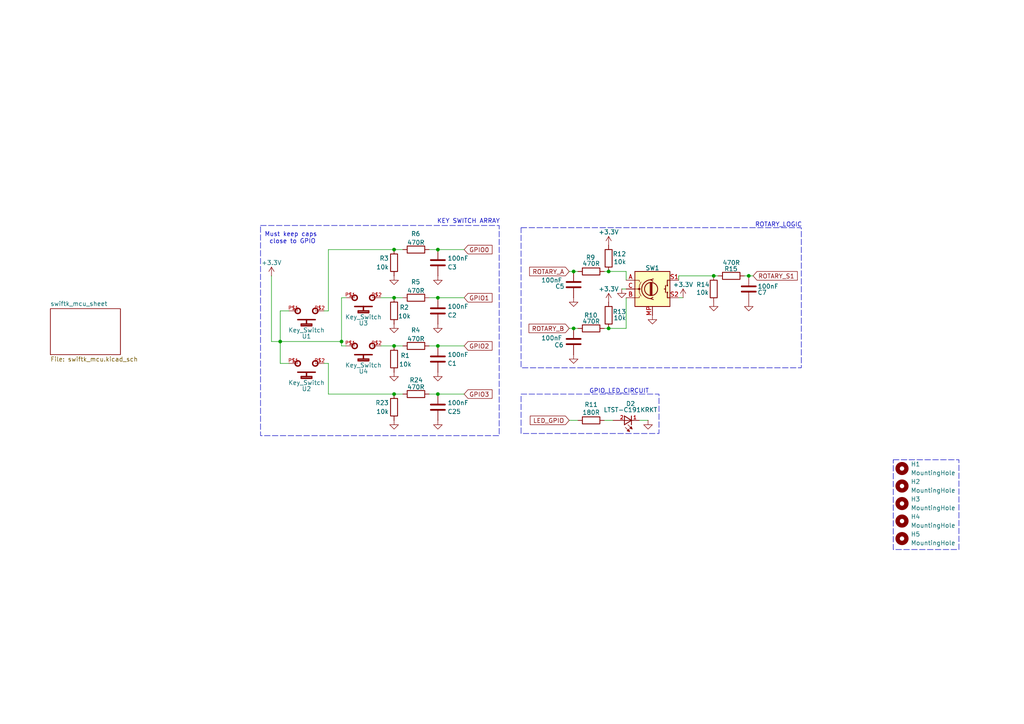
<source format=kicad_sch>
(kicad_sch (version 20231120) (generator "eeschema") (generator_version "8.0")
  (paper "A4")
  (title_block (title "SwiftK") (date "2024-10-24") (rev "v2.0.0") (company "Rullo Co."))
  (lib_symbols
    (symbol "Device:C" (pin_numbers hide) (pin_names (offset 0.254))
      (property "Reference" "C" (at 0.635 2.54 0))
      (property "Value" "C" (at 0.635 -2.54 0))
      (symbol "C_0_1"
        (polyline (pts (xy -2.032 -0.762) (xy 2.032 -0.762)) (stroke (width 0.508)))
        (polyline (pts (xy -2.032 0.762) (xy 2.032 0.762)) (stroke (width 0.508)))
      )
      (symbol "C_1_1"
        (pin passive line (at 0 3.81 270) (length 2.794) (name "~") (number "1"))
        (pin passive line (at 0 -3.81 90) (length 2.794) (name "~") (number "2"))
      )
    )
    (symbol "Device:R" (pin_numbers hide) (pin_names (offset 0))
      (property "Reference" "R" (at 2.032 0 90))
      (property "Value" "R" (at 0 0 90))
      (symbol "R_0_1"
        (rectangle (start -1.016 -2.54) (end 1.016 2.54) (stroke (width 0.254)))
      )
      (symbol "R_1_1"
        (pin passive line (at 0 3.81 270) (length 1.27) (name "~") (number "1"))
        (pin passive line (at 0 -3.81 90) (length 1.27) (name "~") (number "2"))
      )
    )
    (symbol "Device:RotaryEncoder_Switch_MP" (pin_names (offset 0.254) hide)
      (property "Reference" "SW" (at 0 8.89 0))
      (property "Value" "RotaryEncoder_Switch_MP" (at 0 6.35 0))
      (symbol "RotaryEncoder_Switch_MP_0_1"
        (rectangle (start -5.08 5.08) (end 5.08 -5.08) (stroke (width 0.254)) (fill (type background)))
        (circle (center -3.81 0) (radius 0.254) (fill (type outline)))
        (circle (center -0.381 0) (radius 1.905) (stroke (width 0.254)))
        (arc (start -0.381 2.667) (mid -3.0988 -0.0635) (end -0.381 -2.794) (stroke (width 0.254)))
        (polyline (pts (xy -0.635 -1.778) (xy -0.635 1.778)) (stroke (width 0.254)))
        (polyline (pts (xy -0.381 -1.778) (xy -0.381 1.778)) (stroke (width 0.254)))
        (polyline (pts (xy -0.127 1.778) (xy -0.127 -1.778)) (stroke (width 0.254)))
        (polyline (pts (xy 3.81 0) (xy 3.429 0)) (stroke (width 0.254)))
        (polyline (pts (xy 3.81 1.016) (xy 3.81 -1.016)) (stroke (width 0.254)))
        (polyline (pts (xy -5.08 -2.54) (xy -3.81 -2.54) (xy -3.81 -2.032)))
        (polyline (pts (xy -5.08 2.54) (xy -3.81 2.54) (xy -3.81 2.032)))
        (polyline (pts (xy 0.254 -3.048) (xy -0.508 -2.794) (xy 0.127 -2.413)) (stroke (width 0.254)))
        (polyline (pts (xy 0.254 2.921) (xy -0.508 2.667) (xy 0.127 2.286)) (stroke (width 0.254)))
        (polyline (pts (xy 5.08 -2.54) (xy 4.318 -2.54) (xy 4.318 -1.016)) (stroke (width 0.254)))
        (polyline (pts (xy 5.08 2.54) (xy 4.318 2.54) (xy 4.318 1.016)) (stroke (width 0.254)))
        (polyline (pts (xy -5.08 0) (xy -3.81 0) (xy -3.81 -1.016) (xy -3.302 -2.032)))
        (polyline (pts (xy -4.318 0) (xy -3.81 0) (xy -3.81 1.016) (xy -3.302 2.032)))
        (circle (center 4.318 -1.016) (radius 0.127) (stroke (width 0.254)))
        (circle (center 4.318 1.016) (radius 0.127) (stroke (width 0.254)))
      )
      (symbol "RotaryEncoder_Switch_MP_1_1"
        (pin passive line (at -7.62 2.54 0) (length 2.54) (name "A") (number "A"))
        (pin passive line (at -7.62 -2.54 0) (length 2.54) (name "B") (number "B"))
        (pin passive line (at -7.62 0 0) (length 2.54) (name "C") (number "C"))
        (pin passive line (at 0 -7.62 90) (length 2.54) (name "MP") (number "MP"))
        (pin passive line (at 7.62 2.54 180) (length 2.54) (name "S1") (number "S1"))
        (pin passive line (at 7.62 -2.54 180) (length 2.54) (name "S2") (number "S2"))
      )
    )
    (symbol "Key_Switch_MX1A-11NN:MX1A-11NN" (pin_names (offset 1.016))
      (property "Reference" "U" (at -4.445 -3.81 0))
      (property "Value" "MX1A-11NN" (at 0 0 0))
      (symbol "MX1A-11NN_0_0"
        (circle (center -2.54 0) (radius 0.762) (stroke (width 0.4064)))
        (polyline (pts (xy -2.54 2.54) (xy 0 2.54)) (stroke (width 0.4064)))
        (polyline (pts (xy -1.524 3.81) (xy -1.524 4.318)) (stroke (width 0.4064)))
        (polyline (pts (xy -1.524 4.318) (xy 1.524 4.318)) (stroke (width 0.4064)))
        (polyline (pts (xy 0 2.54) (xy 0 3.81)) (stroke (width 0.4064)))
        (polyline (pts (xy 0 3.81) (xy -1.524 3.81)) (stroke (width 0.4064)))
        (polyline (pts (xy 1.524 3.81) (xy 0.254 3.81)) (stroke (width 0.4064)))
        (polyline (pts (xy 1.524 4.318) (xy 1.524 3.81)) (stroke (width 0.4064)))
        (polyline (pts (xy 2.54 2.54) (xy 0 2.54)) (stroke (width 0.4064)))
        (circle (center 2.54 0) (radius 0.762) (stroke (width 0.4064)))
        (pin passive line (at -5.08 0 0) (length 2.54) (name "~") (number "P$1"))
        (pin passive line (at 5.08 0 180) (length 2.54) (name "~") (number "P$2"))
      )
    )
    (symbol "Mechanical:MountingHole" (pin_names (offset 1.016)) (exclude_from_sim yes) (in_bom no)
      (property "Reference" "H" (at 0 5.08 0))
      (property "Value" "MountingHole" (at 0 3.175 0))
      (symbol "MountingHole_0_1"
        (circle (center 0 0) (radius 1.27) (stroke (width 1.27)))
      )
    )
    (symbol "liteon_LTST-C191KRKT:LTST-C191KRKT" (pin_names (offset 1.016))
      (property "Reference" "D" (at 2.5441 2.5441 0))
      (property "Value" "LTST-C191KRKT" (at 2.541 0 0))
      (symbol "LTST-C191KRKT_0_0"
        (polyline (pts (xy -2.032 1.524) (xy -2.921 0.635)) (stroke (width 0.1524)))
        (polyline (pts (xy -1.27 0.762) (xy -2.159 -0.127)) (stroke (width 0.1524)))
        (polyline (pts (xy 0 -0.254) (xy -1.27 -0.254)) (stroke (width 0.254)))
        (polyline (pts (xy 0 -0.254) (xy -1.27 1.778)) (stroke (width 0.254)))
        (polyline (pts (xy 1.27 -0.254) (xy 0 -0.254)) (stroke (width 0.254)))
        (polyline (pts (xy 1.27 1.778) (xy -1.27 1.778)) (stroke (width 0.254)))
        (polyline (pts (xy 1.27 1.778) (xy 0 -0.254)) (stroke (width 0.254)))
        (polyline (pts (xy -3.048 1.016) (xy -3.302 0.254) (xy -2.54 0.508) (xy -3.048 1.016)) (stroke (width 0.1524)) (fill (type outline)))
        (polyline (pts (xy -2.286 0.254) (xy -2.54 -0.508) (xy -1.778 -0.254) (xy -2.286 0.254)) (stroke (width 0.1524)) (fill (type outline)))
        (pin passive line (at 0 -2.54 90) (length 2.54) (name "~") (number "1"))
        (pin passive line (at 0 5.08 270) (length 5.08) (name "~") (number "2"))
      )
    )
    (symbol "power:+3.3V" (power) (pin_numbers hide) (pin_names (offset 0) hide)
      (property "Value" "+3.3V" (at 0 3.556 0))
      (symbol "+3.3V_0_1"
        (polyline (pts (xy -0.762 1.27) (xy 0 2.54)))
        (polyline (pts (xy 0 0) (xy 0 2.54)))
        (polyline (pts (xy 0 2.54) (xy 0.762 1.27)))
      )
      (symbol "+3.3V_1_1"
        (pin power_in line (at 0 0 90) (length 0) (name "~") (number "1"))
      )
    )
    (symbol "power:GND" (power) (pin_numbers hide) (pin_names (offset 0) hide)
      (property "Value" "GND" (at 0 -3.81 0))
      (symbol "GND_0_1"
        (polyline (pts (xy 0 0) (xy 0 -1.27) (xy 1.27 -1.27) (xy 0 -2.54) (xy -1.27 -1.27) (xy 0 -1.27)))
      )
      (symbol "GND_1_1"
        (pin power_in line (at 0 0 270) (length 0) (name "~") (number "1"))
      )
    )
  )
  (junction (at 127 86.36))
  (junction (at 114.3 86.36))
  (junction (at 166.37 78.74))
  (junction (at 81.28 99.06))
  (junction (at 127 114.3))
  (junction (at 127 72.39))
  (junction (at 127 100.33))
  (junction (at 166.37 95.25))
  (junction (at 176.53 95.25))
  (junction (at 99.06 99.06))
  (junction (at 114.3 100.33))
  (junction (at 217.17 80.01))
  (junction (at 114.3 114.3))
  (junction (at 114.3 72.39))
  (junction (at 207.01 80.01))
  (junction (at 176.53 78.74))
  (wire (pts (xy 165.1 95.25) (xy 166.37 95.25)))
  (wire (pts (xy 167.64 95.25) (xy 166.37 95.25)))
  (wire (pts (xy 124.46 114.3) (xy 127 114.3)))
  (wire (pts (xy 218.44 80.01) (xy 217.17 80.01)))
  (wire (pts (xy 110.49 100.33) (xy 114.3 100.33)))
  (wire (pts (xy 207.01 80.01) (xy 208.28 80.01)))
  (wire (pts (xy 95.25 105.41) (xy 95.25 114.3)))
  (wire (pts (xy 165.1 121.92) (xy 167.64 121.92)))
  (wire (pts (xy 127 114.3) (xy 134.62 114.3)))
  (wire (pts (xy 99.06 100.33) (xy 99.06 99.06)))
  (wire (pts (xy 110.49 86.36) (xy 114.3 86.36)))
  (wire (pts (xy 176.53 95.25) (xy 181.61 95.25)))
  (wire (pts (xy 114.3 86.36) (xy 116.84 86.36)))
  (wire (pts (xy 81.28 99.06) (xy 81.28 90.17)))
  (wire (pts (xy 167.64 78.74) (xy 166.37 78.74)))
  (wire (pts (xy 93.98 90.17) (xy 95.25 90.17)))
  (wire (pts (xy 198.12 86.36) (xy 196.85 86.36)))
  (wire (pts (xy 124.46 100.33) (xy 127 100.33)))
  (wire (pts (xy 81.28 99.06) (xy 99.06 99.06)))
  (wire (pts (xy 196.85 80.01) (xy 207.01 80.01)))
  (wire (pts (xy 181.61 95.25) (xy 181.61 86.36)))
  (wire (pts (xy 81.28 90.17) (xy 83.82 90.17)))
  (wire (pts (xy 95.25 72.39) (xy 114.3 72.39)))
  (wire (pts (xy 99.06 100.33) (xy 100.33 100.33)))
  (wire (pts (xy 95.25 72.39) (xy 95.25 90.17)))
  (wire (pts (xy 127 86.36) (xy 134.62 86.36)))
  (wire (pts (xy 78.74 80.01) (xy 78.74 99.06)))
  (wire (pts (xy 114.3 114.3) (xy 116.84 114.3)))
  (wire (pts (xy 175.26 95.25) (xy 176.53 95.25)))
  (wire (pts (xy 114.3 72.39) (xy 116.84 72.39)))
  (wire (pts (xy 127 100.33) (xy 134.62 100.33)))
  (wire (pts (xy 196.85 80.01) (xy 196.85 81.28)))
  (wire (pts (xy 127 72.39) (xy 134.62 72.39)))
  (wire (pts (xy 93.98 105.41) (xy 95.25 105.41)))
  (wire (pts (xy 165.1 78.74) (xy 166.37 78.74)))
  (wire (pts (xy 181.61 78.74) (xy 181.61 81.28)))
  (wire (pts (xy 187.96 121.92) (xy 185.42 121.92)))
  (wire (pts (xy 99.06 99.06) (xy 99.06 86.36)))
  (wire (pts (xy 175.26 78.74) (xy 176.53 78.74)))
  (wire (pts (xy 124.46 86.36) (xy 127 86.36)))
  (wire (pts (xy 217.17 80.01) (xy 215.9 80.01)))
  (wire (pts (xy 99.06 86.36) (xy 100.33 86.36)))
  (wire (pts (xy 81.28 105.41) (xy 83.82 105.41)))
  (wire (pts (xy 177.8 121.92) (xy 175.26 121.92)))
  (wire (pts (xy 114.3 100.33) (xy 116.84 100.33)))
  (wire (pts (xy 180.34 83.82) (xy 181.61 83.82)))
  (wire (pts (xy 81.28 99.06) (xy 81.28 105.41)))
  (wire (pts (xy 176.53 78.74) (xy 181.61 78.74)))
  (wire (pts (xy 95.25 114.3) (xy 114.3 114.3)))
  (wire (pts (xy 78.74 99.06) (xy 81.28 99.06)))
  (wire (pts (xy 124.46 72.39) (xy 127 72.39)))
  (rectangle (start 259.08 133.35) (end 278.13 159.385) (stroke (width 0) (type dash)))
  (rectangle (start 151.13 114.3) (end 191.135 125.73) (stroke (width 0) (type dash)))
  (rectangle (start 151.13 66.04) (end 232.41 106.68) (stroke (width 0) (type dash)))
  (rectangle (start 75.565 65.405) (end 144.78 126.365) (stroke (width 0) (type dash)))
  (text "Must keep caps \nclose to GPIO" (at 84.836 69.088 0) (effects (font (size 1.27 1.27))))
  (text "GPIO_LED_CIRCUIT\n" (at 179.578 113.538 0) (effects (font (size 1.27 1.27))))
  (text "ROTARY_LOGIC" (at 225.806 65.278 0) (effects (font (size 1.27 1.27))))
  (text "KEY SWITCH ARRAY" (at 135.89 64.262 0) (effects (font (size 1.27 1.27))))
  (global_label "ROTARY_A" (shape input) (at 165.1 78.74 180) (property "Intersheetrefs" "${INTERSHEET_REFS}" (effects (hide yes))))
  (global_label "GPIO0" (shape input) (at 134.62 72.39 0) (property "Intersheetrefs" "${INTERSHEET_REFS}" (effects (hide yes))))
  (global_label "GPIO1" (shape input) (at 134.62 86.36 0) (property "Intersheetrefs" "${INTERSHEET_REFS}" (effects (hide yes))))
  (global_label "GPIO2" (shape input) (at 134.62 100.33 0) (property "Intersheetrefs" "${INTERSHEET_REFS}" (effects (hide yes))))
  (global_label "GPIO3" (shape input) (at 134.62 114.3 0) (property "Intersheetrefs" "${INTERSHEET_REFS}" (effects (hide yes))))
  (global_label "LED_GPIO" (shape input) (at 165.1 121.92 180) (property "Intersheetrefs" "${INTERSHEET_REFS}" (effects (hide yes))))
  (global_label "ROTARY_B" (shape input) (at 165.1 95.25 180) (property "Intersheetrefs" "${INTERSHEET_REFS}" (effects (hide yes))))
  (global_label "ROTARY_S1" (shape input) (at 218.44 80.01 0) (property "Intersheetrefs" "${INTERSHEET_REFS}" (effects (hide yes))))
  (symbol (lib_id "Device:R") (at 114.3 104.14 0) (mirror y) (unit 1)
    (property "Reference" "R1" (at 118.872 103.124 0) (effects (justify left)))
    (property "Value" "10k" (at 119.38 105.664 0) (effects (justify left)))
    (property "Footprint" "Resistor_SMD:R_0201_0603Metric" (effects (hide yes)))
    (property "Description" "LIZ Elec CR0201FH1002G" (effects (hide yes)))
    (property "JLCPCB Part#" "C100126" (effects (hide yes)))
  )
  (symbol (lib_id "power:GND") (at 114.3 93.98 0) (mirror y) (unit 1)
    (property "Reference" "#PWR03" (effects (hide yes)))
    (property "Value" "GND" (effects (hide yes)))
    (property "Description" "Power symbol creates a global label with name \"GND\" , ground" (effects (hide yes)))
  )
  (symbol (lib_id "Key_Switch_MX1A-11NN:MX1A-11NN") (at 88.9 105.41 0) (mirror x) (unit 1)
    (property "Reference" "U2" (at 88.9 112.776 0))
    (property "Value" "Key_Switch" (at 88.9 110.998 0))
    (property "Footprint" "CAD_import_files:CHERRY_MX1A-11NN_SWITCH" (effects (hide yes)))
    (property "MF" "Cherry" (effects (hide yes)))
    (property "Description_1" "\nSwitch,Key,SPST-NO,Keyboard,Low Profile,10mA,12VDC,Face Place Mount,Std Force | Cherry Americas MX1A-11NN\n" (effects (hide yes)))
    (property "Package" "None" (effects (hide yes)))
    (property "Price" "None" (effects (hide yes)))
    (property "SnapEDA_Link" "https://www.snapeda.com/parts/MX1A-11NN/Cherry/view-part/?ref=snap" (effects (hide yes)))
    (property "MP" "MX1A-11NN" (effects (hide yes)))
    (property "Purchase-URL" "https://www.snapeda.com/api/url_track_click_mouser/?unipart_id=283337&manufacturer=Cherry&part_name=MX1A-11NN&search_term=keyboard switch" (effects (hide yes)))
    (property "Availability" "In Stock" (effects (hide yes)))
    (property "Check_prices" "https://www.snapeda.com/parts/MX1A-11NN/Cherry/view-part/?ref=eda" (effects (hide yes)))
  )
  (symbol (lib_id "Device:C") (at 217.17 83.82 0) (unit 1)
    (property "Reference" "C7" (at 219.71 84.836 0) (effects (justify left)))
    (property "Value" "100nF" (at 219.71 83.058 0) (effects (justify left)))
    (property "Footprint" "Capacitor_SMD:C_0201_0603Metric" (effects (hide yes)))
    (property "Description" "Murata Electronics GRM033R60J104KE19D" (effects (hide yes)))
    (property "JLCPCB Part#" "C76928" (effects (hide yes)))
  )
  (symbol (lib_id "Device:C") (at 127 118.11 0) (mirror x) (unit 1)
    (property "Reference" "C25" (at 129.794 119.38 0) (effects (justify left)))
    (property "Value" "100nF" (at 129.794 116.84 0) (effects (justify left)))
    (property "Footprint" "Capacitor_SMD:C_0201_0603Metric" (effects (hide yes)))
    (property "Description" "Murata Electronics GRM033R60J104KE19D" (effects (hide yes)))
    (property "JLCPCB Part#" "C76928" (effects (hide yes)))
  )
  (symbol (lib_id "power:GND") (at 114.3 107.95 0) (mirror y) (unit 1)
    (property "Reference" "#PWR02" (effects (hide yes)))
    (property "Value" "GND" (effects (hide yes)))
    (property "Description" "Power symbol creates a global label with name \"GND\" , ground" (effects (hide yes)))
  )
  (symbol (lib_id "Device:R") (at 114.3 90.17 0) (mirror y) (unit 1)
    (property "Reference" "R2" (at 118.618 89.154 0) (effects (justify left)))
    (property "Value" "10k" (at 119.126 91.694 0) (effects (justify left)))
    (property "Footprint" "Resistor_SMD:R_0201_0603Metric" (effects (hide yes)))
    (property "Description" "LIZ Elec CR0201FH1002G" (effects (hide yes)))
    (property "JLCPCB Part#" "C100126" (effects (hide yes)))
  )
  (symbol (lib_id "power:GND") (at 127 107.95 0) (mirror y) (unit 1)
    (property "Reference" "#PWR05" (effects (hide yes)))
    (property "Value" "GND" (effects (hide yes)))
    (property "Description" "Power symbol creates a global label with name \"GND\" , ground" (effects (hide yes)))
  )
  (symbol (lib_id "Device:R") (at 171.45 78.74 270) (unit 1)
    (property "Reference" "R9" (at 169.926 74.676 90) (effects (justify left)))
    (property "Value" "470R" (at 168.91 76.454 90) (effects (justify left)))
    (property "Footprint" "Resistor_SMD:R_0603_1608Metric" (effects (hide yes)))
    (property "Description" "Viking Tech AR03BTC4700" (effects (hide yes)))
    (property "JLCPCB Part#" "C374403" (effects (hide yes)))
  )
  (symbol (lib_id "power:GND") (at 127 80.01 0) (mirror y) (unit 1)
    (property "Reference" "#PWR07" (effects (hide yes)))
    (property "Value" "GND" (effects (hide yes)))
    (property "Description" "Power symbol creates a global label with name \"GND\" , ground" (effects (hide yes)))
  )
  (symbol (lib_id "power:GND") (at 127 121.92 0) (mirror y) (unit 1)
    (property "Reference" "#PWR011" (effects (hide yes)))
    (property "Value" "GND" (effects (hide yes)))
    (property "Description" "Power symbol creates a global label with name \"GND\" , ground" (effects (hide yes)))
  )
  (symbol (lib_id "power:GND") (at 207.01 87.63 0) (unit 1)
    (property "Reference" "#PWR020" (effects (hide yes)))
    (property "Value" "GND" (effects (hide yes)))
    (property "Description" "Power symbol creates a global label with name \"GND\" , ground" (effects (hide yes)))
  )
  (symbol (lib_id "power:GND") (at 180.34 83.82 0) (unit 1)
    (property "Reference" "#PWR017" (effects (hide yes)))
    (property "Value" "GND" (effects (hide yes)))
    (property "Description" "Power symbol creates a global label with name \"GND\" , ground" (effects (hide yes)))
  )
  (symbol (lib_id "power:GND") (at 166.37 86.36 0) (unit 1)
    (property "Reference" "#PWR013" (effects (hide yes)))
    (property "Value" "GND" (effects (hide yes)))
    (property "Description" "Power symbol creates a global label with name \"GND\" , ground" (effects (hide yes)))
  )
  (symbol (lib_id "Device:R") (at 207.01 83.82 0) (unit 1)
    (property "Reference" "R14" (at 201.93 82.55 0) (effects (justify left)))
    (property "Value" "10k" (at 201.93 84.836 0) (effects (justify left)))
    (property "Footprint" "Resistor_SMD:R_0603_1608Metric" (effects (hide yes)))
    (property "Description" "UNI-ROYAL(Uniroyal Elec) 0603WAJ0103T5E" (effects (hide yes)))
    (property "JLCPCB Part#" "C15401" (effects (hide yes)))
  )
  (symbol (lib_id "power:+3.3V") (at 176.53 71.12 0) (unit 1)
    (property "Reference" "#PWR08" (effects (hide yes)))
    (property "Value" "+3.3V" (at 176.53 67.31 0))
    (property "Description" "Power symbol creates a global label with name \"+3.3V\"" (effects (hide yes)))
  )
  (symbol (lib_id "power:+3.3V") (at 78.74 80.01 0) (unit 1)
    (property "Reference" "#PWR01" (effects (hide yes)))
    (property "Value" "+3.3V" (at 78.74 76.2 0))
    (property "Description" "Power symbol creates a global label with name \"+3.3V\"" (effects (hide yes)))
  )
  (symbol (lib_id "Device:R") (at 176.53 74.93 180) (unit 1)
    (property "Reference" "R12" (at 181.61 73.66 0) (effects (justify left)))
    (property "Value" "10k" (at 181.61 75.946 0) (effects (justify left)))
    (property "Footprint" "Resistor_SMD:R_0201_0603Metric" (effects (hide yes)))
    (property "Description" "LIZ Elec CR0201FH1002G" (effects (hide yes)))
    (property "JLCPCB Part#" "C100126" (effects (hide yes)))
  )
  (symbol (lib_id "Device:R") (at 171.45 121.92 90) (unit 1)
    (property "Reference" "R11" (at 171.45 117.348 90))
    (property "Value" "180R" (at 171.45 119.634 90))
    (property "Footprint" "Resistor_SMD:R_0603_1608Metric" (effects (hide yes)))
    (property "Description" "UNI-ROYAL(Uniroyal Elec) 0603WAJ0181T5E" (effects (hide yes)))
    (property "JLCPCB Part#" "C25210" (effects (hide yes)))
  )
  (symbol (lib_id "power:GND") (at 217.17 87.63 0) (unit 1)
    (property "Reference" "#PWR021" (effects (hide yes)))
    (property "Value" "GND" (effects (hide yes)))
    (property "Description" "Power symbol creates a global label with name \"GND\" , ground" (effects (hide yes)))
  )
  (symbol (lib_id "power:+3.3V") (at 198.12 86.36 0) (unit 1)
    (property "Reference" "#PWR012" (effects (hide yes)))
    (property "Value" "+3.3V" (at 198.12 82.55 0))
    (property "Description" "Power symbol creates a global label with name \"+3.3V\"" (effects (hide yes)))
  )
  (symbol (lib_id "Mechanical:MountingHole") (at 261.62 140.97 0) (unit 1) (exclude_from_sim yes) (in_bom no)
    (property "Reference" "H2" (at 264.16 139.6999 0) (effects (justify left)))
    (property "Value" "MountingHole" (at 264.16 142.2399 0) (effects (justify left)))
    (property "Footprint" "MountingHole:MountingHole_3.2mm_M3_DIN965_Pad" (effects (hide yes)))
    (property "Description" "Mounting Hole without connection" (effects (hide yes)))
  )
  (symbol (lib_id "Device:R") (at 120.65 86.36 90) (mirror x) (unit 1)
    (property "Reference" "R5" (at 121.92 81.788 90) (effects (justify left)))
    (property "Value" "470R" (at 123.19 84.328 90) (effects (justify left)))
    (property "Footprint" "Resistor_SMD:R_0603_1608Metric" (effects (hide yes)))
    (property "Description" "Viking Tech AR03BTC4700" (effects (hide yes)))
    (property "JLCPCB Part#" "C374403" (effects (hide yes)))
  )
  (symbol (lib_id "power:GND") (at 114.3 80.01 0) (mirror y) (unit 1)
    (property "Reference" "#PWR04" (effects (hide yes)))
    (property "Value" "GND" (effects (hide yes)))
    (property "Description" "Power symbol creates a global label with name \"GND\" , ground" (effects (hide yes)))
  )
  (symbol (lib_id "power:GND") (at 187.96 121.92 0) (unit 1)
    (property "Reference" "#PWR018" (effects (hide yes)))
    (property "Value" "GND" (effects (hide yes)))
    (property "Description" "Power symbol creates a global label with name \"GND\" , ground" (effects (hide yes)))
  )
  (symbol (lib_id "Device:C") (at 166.37 82.55 0) (unit 1)
    (property "Reference" "C5" (at 161.036 83.058 0) (effects (justify left)))
    (property "Value" "100nF" (at 156.972 81.28 0) (effects (justify left)))
    (property "Footprint" "Capacitor_SMD:C_0201_0603Metric" (effects (hide yes)))
    (property "Description" "Murata Electronics GRM033R60J104KE19D" (effects (hide yes)))
    (property "JLCPCB Part#" "C76928" (effects (hide yes)))
  )
  (symbol (lib_id "Key_Switch_MX1A-11NN:MX1A-11NN") (at 105.41 86.36 0) (mirror x) (unit 1)
    (property "Reference" "U3" (at 105.41 93.726 0))
    (property "Value" "Key_Switch" (at 105.41 91.948 0))
    (property "Footprint" "CAD_import_files:CHERRY_MX1A-11NN_SWITCH" (effects (hide yes)))
    (property "MF" "Cherry" (effects (hide yes)))
    (property "Description_1" "\nSwitch,Key,SPST-NO,Keyboard,Low Profile,10mA,12VDC,Face Place Mount,Std Force | Cherry Americas MX1A-11NN\n" (effects (hide yes)))
    (property "Package" "None" (effects (hide yes)))
    (property "Price" "None" (effects (hide yes)))
    (property "SnapEDA_Link" "https://www.snapeda.com/parts/MX1A-11NN/Cherry/view-part/?ref=snap" (effects (hide yes)))
    (property "MP" "MX1A-11NN" (effects (hide yes)))
    (property "Purchase-URL" "https://www.snapeda.com/api/url_track_click_mouser/?unipart_id=283337&manufacturer=Cherry&part_name=MX1A-11NN&search_term=keyboard switch" (effects (hide yes)))
    (property "Availability" "In Stock" (effects (hide yes)))
    (property "Check_prices" "https://www.snapeda.com/parts/MX1A-11NN/Cherry/view-part/?ref=eda" (effects (hide yes)))
  )
  (symbol (lib_id "Mechanical:MountingHole") (at 261.62 135.89 0) (unit 1) (exclude_from_sim yes) (in_bom no)
    (property "Reference" "H1" (at 264.16 134.6199 0) (effects (justify left)))
    (property "Value" "MountingHole" (at 264.16 137.1599 0) (effects (justify left)))
    (property "Footprint" "MountingHole:MountingHole_3.2mm_M3_DIN965_Pad" (effects (hide yes)))
    (property "Description" "Mounting Hole without connection" (effects (hide yes)))
  )
  (symbol (lib_id "Device:R") (at 120.65 114.3 90) (mirror x) (unit 1)
    (property "Reference" "R24" (at 122.682 110.236 90) (effects (justify left)))
    (property "Value" "470R" (at 123.19 112.268 90) (effects (justify left)))
    (property "Footprint" "Resistor_SMD:R_0603_1608Metric" (effects (hide yes)))
    (property "Description" "Viking Tech AR03BTC4700" (effects (hide yes)))
    (property "JLCPCB Part#" "C374403" (effects (hide yes)))
  )
  (symbol (lib_id "Mechanical:MountingHole") (at 261.62 146.05 0) (unit 1) (exclude_from_sim yes) (in_bom no)
    (property "Reference" "H3" (at 264.16 144.7799 0) (effects (justify left)))
    (property "Value" "MountingHole" (at 264.16 147.3199 0) (effects (justify left)))
    (property "Footprint" "MountingHole:MountingHole_3.2mm_M3_DIN965_Pad" (effects (hide yes)))
    (property "Description" "Mounting Hole without connection" (effects (hide yes)))
  )
  (symbol (lib_id "Mechanical:MountingHole") (at 261.62 156.21 0) (unit 1) (exclude_from_sim yes) (in_bom no)
    (property "Reference" "H5" (at 264.16 154.9399 0) (effects (justify left)))
    (property "Value" "MountingHole" (at 264.16 157.4799 0) (effects (justify left)))
    (property "Footprint" "MountingHole:MountingHole_3.2mm_M3_DIN965_Pad" (effects (hide yes)))
    (property "Description" "Mounting Hole without connection" (effects (hide yes)))
  )
  (symbol (lib_id "Device:C") (at 127 76.2 0) (mirror x) (unit 1)
    (property "Reference" "C3" (at 129.794 77.47 0) (effects (justify left)))
    (property "Value" "100nF" (at 129.794 74.93 0) (effects (justify left)))
    (property "Footprint" "Capacitor_SMD:C_0201_0603Metric" (effects (hide yes)))
    (property "Description" "Murata Electronics GRM033R60J104KE19D" (effects (hide yes)))
    (property "JLCPCB Part#" "C76928" (effects (hide yes)))
  )
  (symbol (lib_id "power:GND") (at 114.3 121.92 0) (mirror y) (unit 1)
    (property "Reference" "#PWR010" (effects (hide yes)))
    (property "Value" "GND" (effects (hide yes)))
    (property "Description" "Power symbol creates a global label with name \"GND\" , ground" (effects (hide yes)))
  )
  (symbol (lib_id "Key_Switch_MX1A-11NN:MX1A-11NN") (at 105.41 100.33 0) (mirror x) (unit 1)
    (property "Reference" "U4" (at 105.41 107.696 0))
    (property "Value" "Key_Switch" (at 105.41 105.918 0))
    (property "Footprint" "CAD_import_files:CHERRY_MX1A-11NN_SWITCH" (effects (hide yes)))
    (property "MF" "Cherry" (effects (hide yes)))
    (property "Description_1" "\nSwitch,Key,SPST-NO,Keyboard,Low Profile,10mA,12VDC,Face Place Mount,Std Force | Cherry Americas MX1A-11NN\n" (effects (hide yes)))
    (property "Package" "None" (effects (hide yes)))
    (property "Price" "None" (effects (hide yes)))
    (property "SnapEDA_Link" "https://www.snapeda.com/parts/MX1A-11NN/Cherry/view-part/?ref=snap" (effects (hide yes)))
    (property "MP" "MX1A-11NN" (effects (hide yes)))
    (property "Purchase-URL" "https://www.snapeda.com/api/url_track_click_mouser/?unipart_id=283337&manufacturer=Cherry&part_name=MX1A-11NN&search_term=keyboard switch" (effects (hide yes)))
    (property "Availability" "In Stock" (effects (hide yes)))
    (property "Check_prices" "https://www.snapeda.com/parts/MX1A-11NN/Cherry/view-part/?ref=eda" (effects (hide yes)))
  )
  (symbol (lib_id "Mechanical:MountingHole") (at 261.62 151.13 0) (unit 1) (exclude_from_sim yes) (in_bom no)
    (property "Reference" "H4" (at 264.16 149.8599 0) (effects (justify left)))
    (property "Value" "MountingHole" (at 264.16 152.3999 0) (effects (justify left)))
    (property "Footprint" "MountingHole:MountingHole_3.2mm_M3_DIN965_Pad" (effects (hide yes)))
    (property "Description" "Mounting Hole without connection" (effects (hide yes)))
  )
  (symbol (lib_id "power:+3.3V") (at 176.53 87.63 0) (unit 1)
    (property "Reference" "#PWR09" (effects (hide yes)))
    (property "Value" "+3.3V" (at 176.53 83.82 0))
    (property "Description" "Power symbol creates a global label with name \"+3.3V\"" (effects (hide yes)))
  )
  (symbol (lib_id "Device:R") (at 212.09 80.01 270) (unit 1)
    (property "Reference" "R15" (at 210.058 77.978 90) (effects (justify left)))
    (property "Value" "470R" (at 209.55 76.2 90) (effects (justify left)))
    (property "Footprint" "Resistor_SMD:R_0603_1608Metric" (effects (hide yes)))
    (property "Description" "Viking Tech AR03BTC4700" (effects (hide yes)))
    (property "JLCPCB Part#" "C374403" (effects (hide yes)))
  )
  (symbol (lib_id "Device:RotaryEncoder_Switch_MP") (at 189.23 83.82 0) (unit 1)
    (property "Reference" "SW1" (at 189.23 77.724 0))
    (property "Value" "RotaryEncoder_Switch_MP" (effects (hide yes)))
    (property "Footprint" "CAD_import_files:RotaryEncoder_Alps_EC11E-Switch_Vertical_H20mm" (effects (hide yes)))
    (property "Description" "Rotary encoder, dual channel, incremental quadrate outputs, with switch and MP Pin" (effects (hide yes)))
  )
  (symbol (lib_id "Device:R") (at 120.65 100.33 90) (mirror x) (unit 1)
    (property "Reference" "R4" (at 121.92 95.758 90) (effects (justify left)))
    (property "Value" "470R" (at 123.19 98.298 90) (effects (justify left)))
    (property "Footprint" "Resistor_SMD:R_0603_1608Metric" (effects (hide yes)))
    (property "Description" "Viking Tech AR03BTC4700" (effects (hide yes)))
    (property "JLCPCB Part#" "C374403" (effects (hide yes)))
  )
  (symbol (lib_id "liteon_LTST-C191KRKT:LTST-C191KRKT") (at 182.88 121.92 90) (unit 1)
    (property "Reference" "D2" (at 182.88 117.094 90))
    (property "Value" "LTST-C191KRKT" (at 182.88 118.872 90))
    (property "Footprint" "CAD_import_files:liteon_LTST-C191KRKT" (effects (hide yes)))
    (property "Description" "Lite-On LTST-C191KRKT" (effects (hide yes)))
    (property "JLCPCB Part#" "C125099" (effects (hide yes)))
  )
  (symbol (lib_id "Device:C") (at 166.37 99.06 0) (unit 1)
    (property "Reference" "C6" (at 160.782 100.076 0) (effects (justify left)))
    (property "Value" "100nF" (at 156.972 98.044 0) (effects (justify left)))
    (property "Footprint" "Capacitor_SMD:C_0201_0603Metric" (effects (hide yes)))
    (property "Description" "Murata Electronics GRM033R60J104KE19D" (effects (hide yes)))
    (property "JLCPCB Part#" "C76928" (effects (hide yes)))
  )
  (symbol (lib_id "power:GND") (at 189.23 91.44 0) (unit 1)
    (property "Reference" "#PWR030" (effects (hide yes)))
    (property "Value" "GND" (effects (hide yes)))
    (property "Description" "Power symbol creates a global label with name \"GND\" , ground" (effects (hide yes)))
  )
  (symbol (lib_id "Device:R") (at 171.45 95.25 270) (unit 1)
    (property "Reference" "R10" (at 169.418 91.44 90) (effects (justify left)))
    (property "Value" "470R" (at 168.91 93.218 90) (effects (justify left)))
    (property "Footprint" "Resistor_SMD:R_0603_1608Metric" (effects (hide yes)))
    (property "Description" "Viking Tech AR03BTC4700" (effects (hide yes)))
    (property "JLCPCB Part#" "C374403" (effects (hide yes)))
  )
  (symbol (lib_id "Device:C") (at 127 90.17 0) (mirror x) (unit 1)
    (property "Reference" "C2" (at 129.794 91.44 0) (effects (justify left)))
    (property "Value" "100nF" (at 129.794 88.9 0) (effects (justify left)))
    (property "Footprint" "Capacitor_SMD:C_0201_0603Metric" (effects (hide yes)))
    (property "Description" "Murata Electronics GRM033R60J104KE19D" (effects (hide yes)))
    (property "JLCPCB Part#" "C76928" (effects (hide yes)))
  )
  (symbol (lib_id "Key_Switch_MX1A-11NN:MX1A-11NN") (at 88.9 90.17 0) (mirror x) (unit 1)
    (property "Reference" "U1" (at 88.9 97.536 0))
    (property "Value" "Key_Switch" (at 88.9 95.758 0))
    (property "Footprint" "CAD_import_files:CHERRY_MX1A-11NN_SWITCH" (effects (hide yes)))
    (property "MF" "Cherry" (effects (hide yes)))
    (property "Description_1" "\nSwitch,Key,SPST-NO,Keyboard,Low Profile,10mA,12VDC,Face Place Mount,Std Force | Cherry Americas MX1A-11NN\n" (effects (hide yes)))
    (property "Package" "None" (effects (hide yes)))
    (property "Price" "None" (effects (hide yes)))
    (property "SnapEDA_Link" "https://www.snapeda.com/parts/MX1A-11NN/Cherry/view-part/?ref=snap" (effects (hide yes)))
    (property "MP" "MX1A-11NN" (effects (hide yes)))
    (property "Purchase-URL" "https://www.snapeda.com/api/url_track_click_mouser/?unipart_id=283337&manufacturer=Cherry&part_name=MX1A-11NN&search_term=keyboard switch" (effects (hide yes)))
    (property "Availability" "In Stock" (effects (hide yes)))
    (property "Check_prices" "https://www.snapeda.com/parts/MX1A-11NN/Cherry/view-part/?ref=eda" (effects (hide yes)))
  )
  (symbol (lib_id "power:GND") (at 127 93.98 0) (mirror y) (unit 1)
    (property "Reference" "#PWR06" (effects (hide yes)))
    (property "Value" "GND" (effects (hide yes)))
    (property "Description" "Power symbol creates a global label with name \"GND\" , ground" (effects (hide yes)))
  )
  (symbol (lib_id "Device:C") (at 127 104.14 0) (mirror x) (unit 1)
    (property "Reference" "C1" (at 129.794 105.41 0) (effects (justify left)))
    (property "Value" "100nF" (at 129.794 102.87 0) (effects (justify left)))
    (property "Footprint" "Capacitor_SMD:C_0201_0603Metric" (effects (hide yes)))
    (property "Description" "Murata Electronics GRM033R60J104KE19D" (effects (hide yes)))
    (property "JLCPCB Part#" "C76928" (effects (hide yes)))
  )
  (symbol (lib_id "Device:R") (at 120.65 72.39 90) (mirror x) (unit 1)
    (property "Reference" "R6" (at 121.92 67.818 90) (effects (justify left)))
    (property "Value" "470R" (at 123.19 70.358 90) (effects (justify left)))
    (property "Footprint" "Resistor_SMD:R_0603_1608Metric" (effects (hide yes)))
    (property "Description" "Viking Tech AR03BTC4700" (effects (hide yes)))
    (property "JLCPCB Part#" "C374403" (effects (hide yes)))
  )
  (symbol (lib_id "power:GND") (at 166.37 102.87 0) (unit 1)
    (property "Reference" "#PWR014" (effects (hide yes)))
    (property "Value" "GND" (effects (hide yes)))
    (property "Description" "Power symbol creates a global label with name \"GND\" , ground" (effects (hide yes)))
  )
  (symbol (lib_id "Device:R") (at 114.3 118.11 0) (mirror y) (unit 1)
    (property "Reference" "R23" (at 112.776 116.84 0) (effects (justify left)))
    (property "Value" "10k" (at 112.776 119.38 0) (effects (justify left)))
    (property "Footprint" "Resistor_SMD:R_0201_0603Metric" (effects (hide yes)))
    (property "Description" "LIZ Elec CR0201FH1002G" (effects (hide yes)))
    (property "JLCPCB Part#" "C100126" (effects (hide yes)))
  )
  (symbol (lib_id "Device:R") (at 114.3 76.2 0) (mirror y) (unit 1)
    (property "Reference" "R3" (at 112.776 74.93 0) (effects (justify left)))
    (property "Value" "10k" (at 112.776 77.47 0) (effects (justify left)))
    (property "Footprint" "Resistor_SMD:R_0201_0603Metric" (effects (hide yes)))
    (property "Description" "LIZ Elec CR0201FH1002G" (effects (hide yes)))
    (property "JLCPCB Part#" "C100126" (effects (hide yes)))
  )
  (symbol (lib_id "Device:R") (at 176.53 91.44 180) (unit 1)
    (property "Reference" "R13" (at 181.61 90.424 0) (effects (justify left)))
    (property "Value" "10k" (at 181.61 92.202 0) (effects (justify left)))
    (property "Footprint" "Resistor_SMD:R_0201_0603Metric" (effects (hide yes)))
    (property "Description" "LIZ Elec CR0201FH1002G" (effects (hide yes)))
    (property "JLCPCB Part#" "C100126" (effects (hide yes)))
  )
  (sheet (at 14.605 89.535) (size 20.32 13.335) (stroke (width 0.1524))
    (property "Sheetname" "swiftk_mcu_sheet" (at 14.605 88.8234 0) (effects (justify left bottom)))
    (property "Sheetfile" "swiftk_mcu.kicad_sch" (at 14.605 103.4546 0) (effects (justify left top)))
  )
)
</source>
